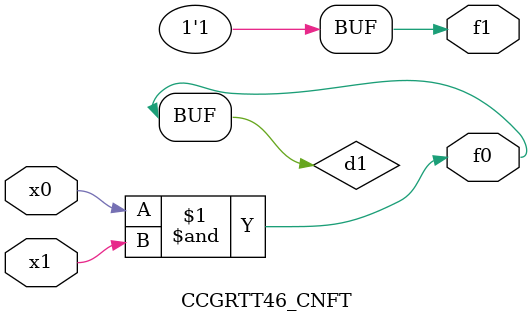
<source format=v>
module CCGRTT46_CNFT(
	input x0, x1,
	output f0, f1
);

	wire d1;

	assign f0 = d1;
	and (d1, x0, x1);
	assign f1 = 1'b1;
endmodule

</source>
